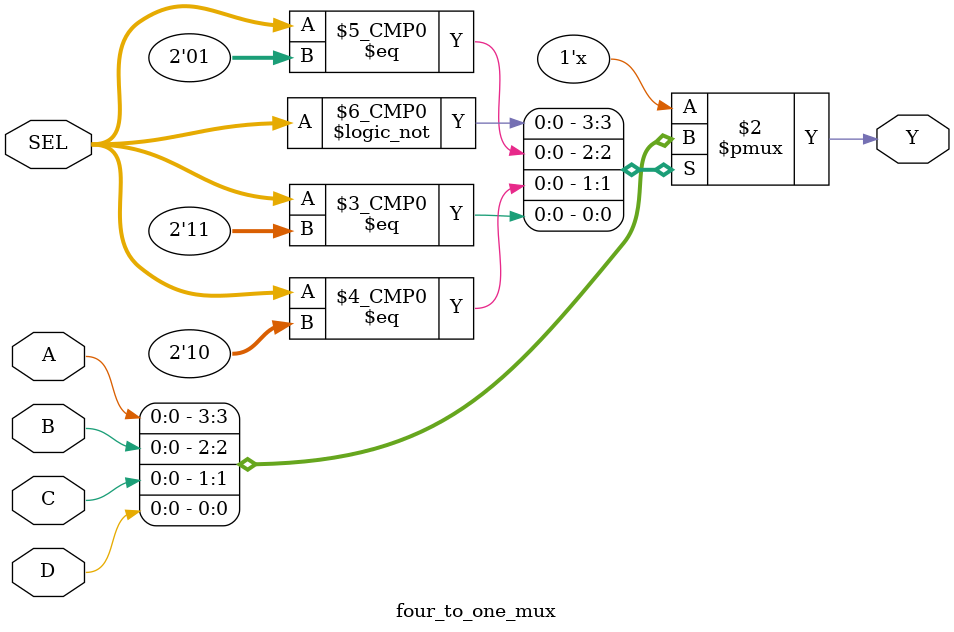
<source format=v>
module four_to_one_mux (A, B, C, D, SEL, Y);

	

	parameter WIDTH = 1;

	

	input [WIDTH - 1: 0] A;

	input [WIDTH - 1: 0] B;

	input [WIDTH - 1: 0] C;

	input [WIDTH - 1: 0] D;

	input [1:0] SEL;

	

	output[WIDTH-1:0] Y;



	reg [WIDTH-1:0] Y;

	

	always @(*) begin 

		case (SEL) 

			2'd0: Y = A;

			2'd1: Y = B;

			2'd2: Y = C;

			2'd3: Y = D;

			default: Y = {WIDTH{1'bX}};

		endcase 

	end

	

endmodule

</source>
